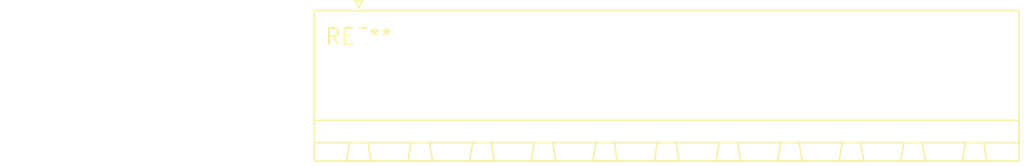
<source format=kicad_pcb>
(kicad_pcb (version 20240108) (generator pcbnew)
  (layers (0 "F.Cu" signal) (31 "B.Cu" signal) (34 "B.Paste" user) (35 "F.Paste" user) (36 "B.SilkS" user "B.Silkscreen") (37 "F.SilkS" user "F.Silkscreen") (38 "B.Mask" user) (39 "F.Mask" user) (44 "Edge.Cuts" user))
  (net 0 "")
  (footprint "PhoenixContact_MSTBA_2,5_11-G_1x11_P5.00mm_Horizontal" (layer "F.Cu") (at 0 0)
    (property "Reference" "REF**")
    (property "Value" "PhoenixContact_MSTBA_2,5_11-G_1x11_P5.00mm_Horizontal")
    (fp_line (start -3.61 -2.11) (end -3.61 10.11) (layer "F.SilkS") (stroke (width 0.12)))
    (fp_line (start -3.61 6.81) (end 53.61 6.81) (layer "F.SilkS") (stroke (width 0.12)))
    (fp_line (start -3.61 8.61) (end -3.61 6.81) (layer "F.SilkS") (stroke (width 0.12)))
    (fp_line (start -3.61 10.11) (end 53.61 10.11) (layer "F.SilkS") (stroke (width 0.12)))
    (fp_line (start -1 10.11) (end 1 10.11) (layer "F.SilkS") (stroke (width 0.12)))
    (fp_line (start -0.75 8.61) (end -1 10.11) (layer "F.SilkS") (stroke (width 0.12)))
    (fp_line (start -0.3 -2.91) (end 0.3 -2.91) (layer "F.SilkS") (stroke (width 0.12)))
    (fp_line (start 0 -2.31) (end -0.3 -2.91) (layer "F.SilkS") (stroke (width 0.12)))
    (fp_line (start 0.3 -2.91) (end 0 -2.31) (layer "F.SilkS") (stroke (width 0.12)))
    (fp_line (start 0.75 8.61) (end -0.75 8.61) (layer "F.SilkS") (stroke (width 0.12)))
    (fp_line (start 1 10.11) (end 0.75 8.61) (layer "F.SilkS") (stroke (width 0.12)))
    (fp_line (start 4 10.11) (end 6 10.11) (layer "F.SilkS") (stroke (width 0.12)))
    (fp_line (start 4.25 8.61) (end 4 10.11) (layer "F.SilkS") (stroke (width 0.12)))
    (fp_line (start 5.75 8.61) (end 4.25 8.61) (layer "F.SilkS") (stroke (width 0.12)))
    (fp_line (start 6 10.11) (end 5.75 8.61) (layer "F.SilkS") (stroke (width 0.12)))
    (fp_line (start 9 10.11) (end 11 10.11) (layer "F.SilkS") (stroke (width 0.12)))
    (fp_line (start 9.25 8.61) (end 9 10.11) (layer "F.SilkS") (stroke (width 0.12)))
    (fp_line (start 10.75 8.61) (end 9.25 8.61) (layer "F.SilkS") (stroke (width 0.12)))
    (fp_line (start 11 10.11) (end 10.75 8.61) (layer "F.SilkS") (stroke (width 0.12)))
    (fp_line (start 14 10.11) (end 16 10.11) (layer "F.SilkS") (stroke (width 0.12)))
    (fp_line (start 14.25 8.61) (end 14 10.11) (layer "F.SilkS") (stroke (width 0.12)))
    (fp_line (start 15.75 8.61) (end 14.25 8.61) (layer "F.SilkS") (stroke (width 0.12)))
    (fp_line (start 16 10.11) (end 15.75 8.61) (layer "F.SilkS") (stroke (width 0.12)))
    (fp_line (start 19 10.11) (end 21 10.11) (layer "F.SilkS") (stroke (width 0.12)))
    (fp_line (start 19.25 8.61) (end 19 10.11) (layer "F.SilkS") (stroke (width 0.12)))
    (fp_line (start 20.75 8.61) (end 19.25 8.61) (layer "F.SilkS") (stroke (width 0.12)))
    (fp_line (start 21 10.11) (end 20.75 8.61) (layer "F.SilkS") (stroke (width 0.12)))
    (fp_line (start 24 10.11) (end 26 10.11) (layer "F.SilkS") (stroke (width 0.12)))
    (fp_line (start 24.25 8.61) (end 24 10.11) (layer "F.SilkS") (stroke (width 0.12)))
    (fp_line (start 25.75 8.61) (end 24.25 8.61) (layer "F.SilkS") (stroke (width 0.12)))
    (fp_line (start 26 10.11) (end 25.75 8.61) (layer "F.SilkS") (stroke (width 0.12)))
    (fp_line (start 29 10.11) (end 31 10.11) (layer "F.SilkS") (stroke (width 0.12)))
    (fp_line (start 29.25 8.61) (end 29 10.11) (layer "F.SilkS") (stroke (width 0.12)))
    (fp_line (start 30.75 8.61) (end 29.25 8.61) (layer "F.SilkS") (stroke (width 0.12)))
    (fp_line (start 31 10.11) (end 30.75 8.61) (layer "F.SilkS") (stroke (width 0.12)))
    (fp_line (start 34 10.11) (end 36 10.11) (layer "F.SilkS") (stroke (width 0.12)))
    (fp_line (start 34.25 8.61) (end 34 10.11) (layer "F.SilkS") (stroke (width 0.12)))
    (fp_line (start 35.75 8.61) (end 34.25 8.61) (layer "F.SilkS") (stroke (width 0.12)))
    (fp_line (start 36 10.11) (end 35.75 8.61) (layer "F.SilkS") (stroke (width 0.12)))
    (fp_line (start 39 10.11) (end 41 10.11) (layer "F.SilkS") (stroke (width 0.12)))
    (fp_line (start 39.25 8.61) (end 39 10.11) (layer "F.SilkS") (stroke (width 0.12)))
    (fp_line (start 40.75 8.61) (end 39.25 8.61) (layer "F.SilkS") (stroke (width 0.12)))
    (fp_line (start 41 10.11) (end 40.75 8.61) (layer "F.SilkS") (stroke (width 0.12)))
    (fp_line (start 44 10.11) (end 46 10.11) (layer "F.SilkS") (stroke (width 0.12)))
    (fp_line (start 44.25 8.61) (end 44 10.11) (layer "F.SilkS") (stroke (width 0.12)))
    (fp_line (start 45.75 8.61) (end 44.25 8.61) (layer "F.SilkS") (stroke (width 0.12)))
    (fp_line (start 46 10.11) (end 45.75 8.61) (layer "F.SilkS") (stroke (width 0.12)))
    (fp_line (start 49 10.11) (end 51 10.11) (layer "F.SilkS") (stroke (width 0.12)))
    (fp_line (start 49.25 8.61) (end 49 10.11) (layer "F.SilkS") (stroke (width 0.12)))
    (fp_line (start 50.75 8.61) (end 49.25 8.61) (layer "F.SilkS") (stroke (width 0.12)))
    (fp_line (start 51 10.11) (end 50.75 8.61) (layer "F.SilkS") (stroke (width 0.12)))
    (fp_line (start 53.61 -2.11) (end -3.61 -2.11) (layer "F.SilkS") (stroke (width 0.12)))
    (fp_line (start 53.61 6.81) (end 53.61 8.61) (layer "F.SilkS") (stroke (width 0.12)))
    (fp_line (start 53.61 8.61) (end -3.61 8.61) (layer "F.SilkS") (stroke (width 0.12)))
    (fp_line (start 53.61 10.11) (end 53.61 -2.11) (layer "F.SilkS") (stroke (width 0.12)))
    (pad "1" thru_hole roundrect (at 0 0) (size 2 3.6) (drill 1.4) (layers *.Cu *.Mask) (remove_unused_layers) (roundrect_rratio 0.125))
    (pad "2" thru_hole oval (at 5 0) (size 2 3.6) (drill 1.4) (layers *.Cu *.Mask) (remove_unused_layers))
    (pad "3" thru_hole oval (at 10 0) (size 2 3.6) (drill 1.4) (layers *.Cu *.Mask) (remove_unused_layers))
    (pad "4" thru_hole oval (at 15 0) (size 2 3.6) (drill 1.4) (layers *.Cu *.Mask) (remove_unused_layers))
    (pad "5" thru_hole oval (at 20 0) (size 2 3.6) (drill 1.4) (layers *.Cu *.Mask) (remove_unused_layers))
    (pad "6" thru_hole oval (at 25 0) (size 2 3.6) (drill 1.4) (layers *.Cu *.Mask) (remove_unused_layers))
    (pad "7" thru_hole oval (at 30 0) (size 2 3.6) (drill 1.4) (layers *.Cu *.Mask) (remove_unused_layers))
    (pad "8" thru_hole oval (at 35 0) (size 2 3.6) (drill 1.4) (layers *.Cu *.Mask) (remove_unused_layers))
    (pad "9" thru_hole oval (at 40 0) (size 2 3.6) (drill 1.4) (layers *.Cu *.Mask) (remove_unused_layers))
    (pad "10" thru_hole oval (at 45 0) (size 2 3.6) (drill 1.4) (layers *.Cu *.Mask) (remove_unused_layers))
    (pad "11" thru_hole oval (at 50 0) (size 2 3.6) (drill 1.4) (layers *.Cu *.Mask) (remove_unused_layers))
  )
)
</source>
